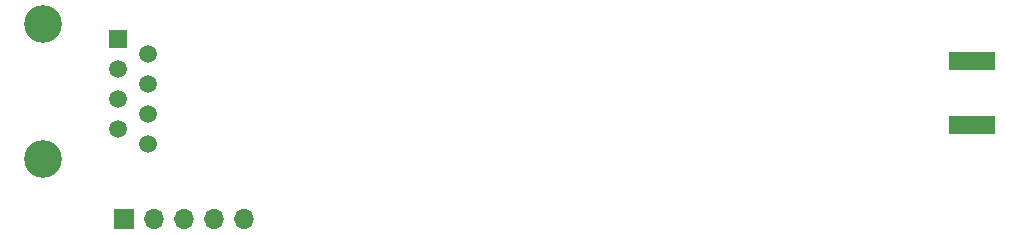
<source format=gbr>
%TF.GenerationSoftware,KiCad,Pcbnew,7.0.5-0*%
%TF.CreationDate,2024-02-03T13:41:05-08:00*%
%TF.ProjectId,transponder-11.9.1,7472616e-7370-46f6-9e64-65722d31312e,rev?*%
%TF.SameCoordinates,Original*%
%TF.FileFunction,Soldermask,Bot*%
%TF.FilePolarity,Negative*%
%FSLAX46Y46*%
G04 Gerber Fmt 4.6, Leading zero omitted, Abs format (unit mm)*
G04 Created by KiCad (PCBNEW 7.0.5-0) date 2024-02-03 13:41:05*
%MOMM*%
%LPD*%
G01*
G04 APERTURE LIST*
%ADD10R,3.900000X1.500000*%
%ADD11R,1.700000X1.700000*%
%ADD12O,1.700000X1.700000*%
%ADD13C,3.200000*%
%ADD14R,1.500000X1.500000*%
%ADD15C,1.500000*%
G04 APERTURE END LIST*
D10*
%TO.C,J3*%
X189127500Y-103900000D03*
X189127500Y-98500000D03*
%TD*%
D11*
%TO.C,J2*%
X117325000Y-111900000D03*
D12*
X119865000Y-111900000D03*
X122405000Y-111900000D03*
X124945000Y-111900000D03*
X127485000Y-111900000D03*
%TD*%
D13*
%TO.C,J1*%
X110500000Y-95380000D03*
X110500000Y-106810000D03*
D14*
X116850000Y-96650000D03*
D15*
X119390000Y-97920000D03*
X116850000Y-99190000D03*
X119390000Y-100460000D03*
X116850000Y-101730000D03*
X119390000Y-103000000D03*
X116850000Y-104270000D03*
X119390000Y-105540000D03*
%TD*%
M02*

</source>
